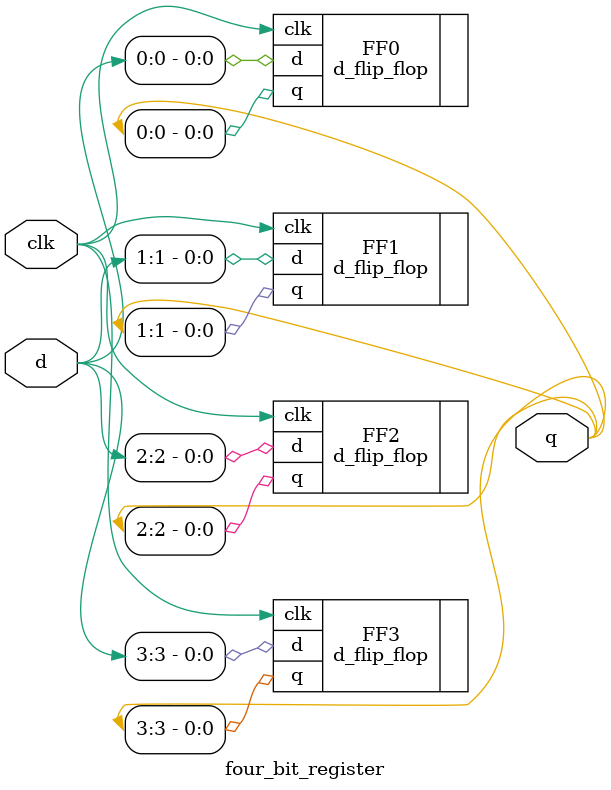
<source format=v>
module four_bit_register(input wire clk, input wire [3:0] d, output wire [3:0] q);
    d_flip_flop FF0 (.clk(clk), .d(d[0]), .q(q[0]));
    d_flip_flop FF1 (.clk(clk), .d(d[1]), .q(q[1]));
    d_flip_flop FF2 (.clk(clk), .d(d[2]), .q(q[2]));
    d_flip_flop FF3 (.clk(clk), .d(d[3]), .q(q[3]));
endmodule
</source>
